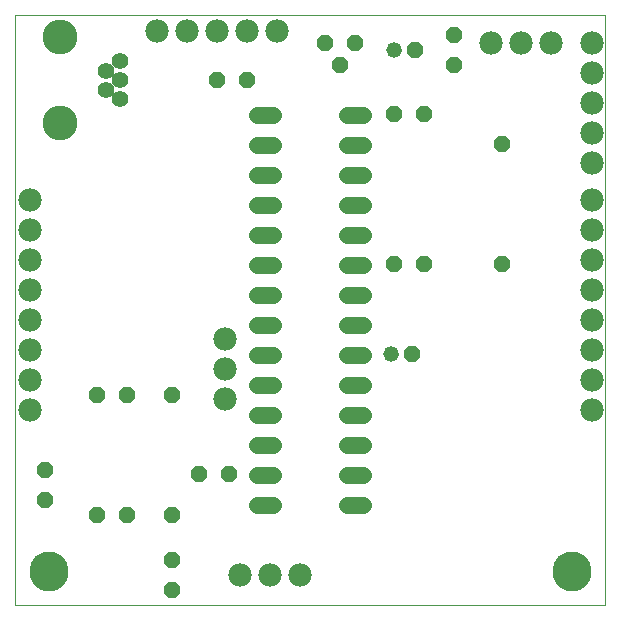
<source format=gts>
G75*
%MOIN*%
%OFA0B0*%
%FSLAX25Y25*%
%IPPOS*%
%LPD*%
%AMOC8*
5,1,8,0,0,1.08239X$1,22.5*
%
%ADD10C,0.00000*%
%ADD11C,0.12998*%
%ADD12OC8,0.05600*%
%ADD13OC8,0.05200*%
%ADD14C,0.05200*%
%ADD15C,0.05550*%
%ADD16C,0.11620*%
%ADD17C,0.07800*%
%ADD18C,0.05600*%
D10*
X0002083Y0001800D02*
X0002083Y0198650D01*
X0198934Y0198650D01*
X0198934Y0001800D01*
X0002083Y0001800D01*
X0007034Y0013050D02*
X0007036Y0013208D01*
X0007042Y0013366D01*
X0007052Y0013524D01*
X0007066Y0013682D01*
X0007084Y0013839D01*
X0007105Y0013996D01*
X0007131Y0014152D01*
X0007161Y0014308D01*
X0007194Y0014463D01*
X0007232Y0014616D01*
X0007273Y0014769D01*
X0007318Y0014921D01*
X0007367Y0015072D01*
X0007420Y0015221D01*
X0007476Y0015369D01*
X0007536Y0015515D01*
X0007600Y0015660D01*
X0007668Y0015803D01*
X0007739Y0015945D01*
X0007813Y0016085D01*
X0007891Y0016222D01*
X0007973Y0016358D01*
X0008057Y0016492D01*
X0008146Y0016623D01*
X0008237Y0016752D01*
X0008332Y0016879D01*
X0008429Y0017004D01*
X0008530Y0017126D01*
X0008634Y0017245D01*
X0008741Y0017362D01*
X0008851Y0017476D01*
X0008964Y0017587D01*
X0009079Y0017696D01*
X0009197Y0017801D01*
X0009318Y0017903D01*
X0009441Y0018003D01*
X0009567Y0018099D01*
X0009695Y0018192D01*
X0009825Y0018282D01*
X0009958Y0018368D01*
X0010093Y0018452D01*
X0010229Y0018531D01*
X0010368Y0018608D01*
X0010509Y0018680D01*
X0010651Y0018750D01*
X0010795Y0018815D01*
X0010941Y0018877D01*
X0011088Y0018935D01*
X0011237Y0018990D01*
X0011387Y0019041D01*
X0011538Y0019088D01*
X0011690Y0019131D01*
X0011843Y0019170D01*
X0011998Y0019206D01*
X0012153Y0019237D01*
X0012309Y0019265D01*
X0012465Y0019289D01*
X0012622Y0019309D01*
X0012780Y0019325D01*
X0012937Y0019337D01*
X0013096Y0019345D01*
X0013254Y0019349D01*
X0013412Y0019349D01*
X0013570Y0019345D01*
X0013729Y0019337D01*
X0013886Y0019325D01*
X0014044Y0019309D01*
X0014201Y0019289D01*
X0014357Y0019265D01*
X0014513Y0019237D01*
X0014668Y0019206D01*
X0014823Y0019170D01*
X0014976Y0019131D01*
X0015128Y0019088D01*
X0015279Y0019041D01*
X0015429Y0018990D01*
X0015578Y0018935D01*
X0015725Y0018877D01*
X0015871Y0018815D01*
X0016015Y0018750D01*
X0016157Y0018680D01*
X0016298Y0018608D01*
X0016437Y0018531D01*
X0016573Y0018452D01*
X0016708Y0018368D01*
X0016841Y0018282D01*
X0016971Y0018192D01*
X0017099Y0018099D01*
X0017225Y0018003D01*
X0017348Y0017903D01*
X0017469Y0017801D01*
X0017587Y0017696D01*
X0017702Y0017587D01*
X0017815Y0017476D01*
X0017925Y0017362D01*
X0018032Y0017245D01*
X0018136Y0017126D01*
X0018237Y0017004D01*
X0018334Y0016879D01*
X0018429Y0016752D01*
X0018520Y0016623D01*
X0018609Y0016492D01*
X0018693Y0016358D01*
X0018775Y0016222D01*
X0018853Y0016085D01*
X0018927Y0015945D01*
X0018998Y0015803D01*
X0019066Y0015660D01*
X0019130Y0015515D01*
X0019190Y0015369D01*
X0019246Y0015221D01*
X0019299Y0015072D01*
X0019348Y0014921D01*
X0019393Y0014769D01*
X0019434Y0014616D01*
X0019472Y0014463D01*
X0019505Y0014308D01*
X0019535Y0014152D01*
X0019561Y0013996D01*
X0019582Y0013839D01*
X0019600Y0013682D01*
X0019614Y0013524D01*
X0019624Y0013366D01*
X0019630Y0013208D01*
X0019632Y0013050D01*
X0019630Y0012892D01*
X0019624Y0012734D01*
X0019614Y0012576D01*
X0019600Y0012418D01*
X0019582Y0012261D01*
X0019561Y0012104D01*
X0019535Y0011948D01*
X0019505Y0011792D01*
X0019472Y0011637D01*
X0019434Y0011484D01*
X0019393Y0011331D01*
X0019348Y0011179D01*
X0019299Y0011028D01*
X0019246Y0010879D01*
X0019190Y0010731D01*
X0019130Y0010585D01*
X0019066Y0010440D01*
X0018998Y0010297D01*
X0018927Y0010155D01*
X0018853Y0010015D01*
X0018775Y0009878D01*
X0018693Y0009742D01*
X0018609Y0009608D01*
X0018520Y0009477D01*
X0018429Y0009348D01*
X0018334Y0009221D01*
X0018237Y0009096D01*
X0018136Y0008974D01*
X0018032Y0008855D01*
X0017925Y0008738D01*
X0017815Y0008624D01*
X0017702Y0008513D01*
X0017587Y0008404D01*
X0017469Y0008299D01*
X0017348Y0008197D01*
X0017225Y0008097D01*
X0017099Y0008001D01*
X0016971Y0007908D01*
X0016841Y0007818D01*
X0016708Y0007732D01*
X0016573Y0007648D01*
X0016437Y0007569D01*
X0016298Y0007492D01*
X0016157Y0007420D01*
X0016015Y0007350D01*
X0015871Y0007285D01*
X0015725Y0007223D01*
X0015578Y0007165D01*
X0015429Y0007110D01*
X0015279Y0007059D01*
X0015128Y0007012D01*
X0014976Y0006969D01*
X0014823Y0006930D01*
X0014668Y0006894D01*
X0014513Y0006863D01*
X0014357Y0006835D01*
X0014201Y0006811D01*
X0014044Y0006791D01*
X0013886Y0006775D01*
X0013729Y0006763D01*
X0013570Y0006755D01*
X0013412Y0006751D01*
X0013254Y0006751D01*
X0013096Y0006755D01*
X0012937Y0006763D01*
X0012780Y0006775D01*
X0012622Y0006791D01*
X0012465Y0006811D01*
X0012309Y0006835D01*
X0012153Y0006863D01*
X0011998Y0006894D01*
X0011843Y0006930D01*
X0011690Y0006969D01*
X0011538Y0007012D01*
X0011387Y0007059D01*
X0011237Y0007110D01*
X0011088Y0007165D01*
X0010941Y0007223D01*
X0010795Y0007285D01*
X0010651Y0007350D01*
X0010509Y0007420D01*
X0010368Y0007492D01*
X0010229Y0007569D01*
X0010093Y0007648D01*
X0009958Y0007732D01*
X0009825Y0007818D01*
X0009695Y0007908D01*
X0009567Y0008001D01*
X0009441Y0008097D01*
X0009318Y0008197D01*
X0009197Y0008299D01*
X0009079Y0008404D01*
X0008964Y0008513D01*
X0008851Y0008624D01*
X0008741Y0008738D01*
X0008634Y0008855D01*
X0008530Y0008974D01*
X0008429Y0009096D01*
X0008332Y0009221D01*
X0008237Y0009348D01*
X0008146Y0009477D01*
X0008057Y0009608D01*
X0007973Y0009742D01*
X0007891Y0009878D01*
X0007813Y0010015D01*
X0007739Y0010155D01*
X0007668Y0010297D01*
X0007600Y0010440D01*
X0007536Y0010585D01*
X0007476Y0010731D01*
X0007420Y0010879D01*
X0007367Y0011028D01*
X0007318Y0011179D01*
X0007273Y0011331D01*
X0007232Y0011484D01*
X0007194Y0011637D01*
X0007161Y0011792D01*
X0007131Y0011948D01*
X0007105Y0012104D01*
X0007084Y0012261D01*
X0007066Y0012418D01*
X0007052Y0012576D01*
X0007042Y0012734D01*
X0007036Y0012892D01*
X0007034Y0013050D01*
X0181385Y0013050D02*
X0181387Y0013208D01*
X0181393Y0013366D01*
X0181403Y0013524D01*
X0181417Y0013682D01*
X0181435Y0013839D01*
X0181456Y0013996D01*
X0181482Y0014152D01*
X0181512Y0014308D01*
X0181545Y0014463D01*
X0181583Y0014616D01*
X0181624Y0014769D01*
X0181669Y0014921D01*
X0181718Y0015072D01*
X0181771Y0015221D01*
X0181827Y0015369D01*
X0181887Y0015515D01*
X0181951Y0015660D01*
X0182019Y0015803D01*
X0182090Y0015945D01*
X0182164Y0016085D01*
X0182242Y0016222D01*
X0182324Y0016358D01*
X0182408Y0016492D01*
X0182497Y0016623D01*
X0182588Y0016752D01*
X0182683Y0016879D01*
X0182780Y0017004D01*
X0182881Y0017126D01*
X0182985Y0017245D01*
X0183092Y0017362D01*
X0183202Y0017476D01*
X0183315Y0017587D01*
X0183430Y0017696D01*
X0183548Y0017801D01*
X0183669Y0017903D01*
X0183792Y0018003D01*
X0183918Y0018099D01*
X0184046Y0018192D01*
X0184176Y0018282D01*
X0184309Y0018368D01*
X0184444Y0018452D01*
X0184580Y0018531D01*
X0184719Y0018608D01*
X0184860Y0018680D01*
X0185002Y0018750D01*
X0185146Y0018815D01*
X0185292Y0018877D01*
X0185439Y0018935D01*
X0185588Y0018990D01*
X0185738Y0019041D01*
X0185889Y0019088D01*
X0186041Y0019131D01*
X0186194Y0019170D01*
X0186349Y0019206D01*
X0186504Y0019237D01*
X0186660Y0019265D01*
X0186816Y0019289D01*
X0186973Y0019309D01*
X0187131Y0019325D01*
X0187288Y0019337D01*
X0187447Y0019345D01*
X0187605Y0019349D01*
X0187763Y0019349D01*
X0187921Y0019345D01*
X0188080Y0019337D01*
X0188237Y0019325D01*
X0188395Y0019309D01*
X0188552Y0019289D01*
X0188708Y0019265D01*
X0188864Y0019237D01*
X0189019Y0019206D01*
X0189174Y0019170D01*
X0189327Y0019131D01*
X0189479Y0019088D01*
X0189630Y0019041D01*
X0189780Y0018990D01*
X0189929Y0018935D01*
X0190076Y0018877D01*
X0190222Y0018815D01*
X0190366Y0018750D01*
X0190508Y0018680D01*
X0190649Y0018608D01*
X0190788Y0018531D01*
X0190924Y0018452D01*
X0191059Y0018368D01*
X0191192Y0018282D01*
X0191322Y0018192D01*
X0191450Y0018099D01*
X0191576Y0018003D01*
X0191699Y0017903D01*
X0191820Y0017801D01*
X0191938Y0017696D01*
X0192053Y0017587D01*
X0192166Y0017476D01*
X0192276Y0017362D01*
X0192383Y0017245D01*
X0192487Y0017126D01*
X0192588Y0017004D01*
X0192685Y0016879D01*
X0192780Y0016752D01*
X0192871Y0016623D01*
X0192960Y0016492D01*
X0193044Y0016358D01*
X0193126Y0016222D01*
X0193204Y0016085D01*
X0193278Y0015945D01*
X0193349Y0015803D01*
X0193417Y0015660D01*
X0193481Y0015515D01*
X0193541Y0015369D01*
X0193597Y0015221D01*
X0193650Y0015072D01*
X0193699Y0014921D01*
X0193744Y0014769D01*
X0193785Y0014616D01*
X0193823Y0014463D01*
X0193856Y0014308D01*
X0193886Y0014152D01*
X0193912Y0013996D01*
X0193933Y0013839D01*
X0193951Y0013682D01*
X0193965Y0013524D01*
X0193975Y0013366D01*
X0193981Y0013208D01*
X0193983Y0013050D01*
X0193981Y0012892D01*
X0193975Y0012734D01*
X0193965Y0012576D01*
X0193951Y0012418D01*
X0193933Y0012261D01*
X0193912Y0012104D01*
X0193886Y0011948D01*
X0193856Y0011792D01*
X0193823Y0011637D01*
X0193785Y0011484D01*
X0193744Y0011331D01*
X0193699Y0011179D01*
X0193650Y0011028D01*
X0193597Y0010879D01*
X0193541Y0010731D01*
X0193481Y0010585D01*
X0193417Y0010440D01*
X0193349Y0010297D01*
X0193278Y0010155D01*
X0193204Y0010015D01*
X0193126Y0009878D01*
X0193044Y0009742D01*
X0192960Y0009608D01*
X0192871Y0009477D01*
X0192780Y0009348D01*
X0192685Y0009221D01*
X0192588Y0009096D01*
X0192487Y0008974D01*
X0192383Y0008855D01*
X0192276Y0008738D01*
X0192166Y0008624D01*
X0192053Y0008513D01*
X0191938Y0008404D01*
X0191820Y0008299D01*
X0191699Y0008197D01*
X0191576Y0008097D01*
X0191450Y0008001D01*
X0191322Y0007908D01*
X0191192Y0007818D01*
X0191059Y0007732D01*
X0190924Y0007648D01*
X0190788Y0007569D01*
X0190649Y0007492D01*
X0190508Y0007420D01*
X0190366Y0007350D01*
X0190222Y0007285D01*
X0190076Y0007223D01*
X0189929Y0007165D01*
X0189780Y0007110D01*
X0189630Y0007059D01*
X0189479Y0007012D01*
X0189327Y0006969D01*
X0189174Y0006930D01*
X0189019Y0006894D01*
X0188864Y0006863D01*
X0188708Y0006835D01*
X0188552Y0006811D01*
X0188395Y0006791D01*
X0188237Y0006775D01*
X0188080Y0006763D01*
X0187921Y0006755D01*
X0187763Y0006751D01*
X0187605Y0006751D01*
X0187447Y0006755D01*
X0187288Y0006763D01*
X0187131Y0006775D01*
X0186973Y0006791D01*
X0186816Y0006811D01*
X0186660Y0006835D01*
X0186504Y0006863D01*
X0186349Y0006894D01*
X0186194Y0006930D01*
X0186041Y0006969D01*
X0185889Y0007012D01*
X0185738Y0007059D01*
X0185588Y0007110D01*
X0185439Y0007165D01*
X0185292Y0007223D01*
X0185146Y0007285D01*
X0185002Y0007350D01*
X0184860Y0007420D01*
X0184719Y0007492D01*
X0184580Y0007569D01*
X0184444Y0007648D01*
X0184309Y0007732D01*
X0184176Y0007818D01*
X0184046Y0007908D01*
X0183918Y0008001D01*
X0183792Y0008097D01*
X0183669Y0008197D01*
X0183548Y0008299D01*
X0183430Y0008404D01*
X0183315Y0008513D01*
X0183202Y0008624D01*
X0183092Y0008738D01*
X0182985Y0008855D01*
X0182881Y0008974D01*
X0182780Y0009096D01*
X0182683Y0009221D01*
X0182588Y0009348D01*
X0182497Y0009477D01*
X0182408Y0009608D01*
X0182324Y0009742D01*
X0182242Y0009878D01*
X0182164Y0010015D01*
X0182090Y0010155D01*
X0182019Y0010297D01*
X0181951Y0010440D01*
X0181887Y0010585D01*
X0181827Y0010731D01*
X0181771Y0010879D01*
X0181718Y0011028D01*
X0181669Y0011179D01*
X0181624Y0011331D01*
X0181583Y0011484D01*
X0181545Y0011637D01*
X0181512Y0011792D01*
X0181482Y0011948D01*
X0181456Y0012104D01*
X0181435Y0012261D01*
X0181417Y0012418D01*
X0181403Y0012576D01*
X0181393Y0012734D01*
X0181387Y0012892D01*
X0181385Y0013050D01*
D11*
X0187684Y0013050D03*
X0013333Y0013050D03*
D12*
X0029583Y0031800D03*
X0039583Y0031800D03*
X0054583Y0031800D03*
X0054583Y0016800D03*
X0054583Y0006800D03*
X0063333Y0045550D03*
X0073333Y0045550D03*
X0054583Y0071800D03*
X0039583Y0071800D03*
X0029583Y0071800D03*
X0012083Y0046800D03*
X0012083Y0036800D03*
X0128333Y0115550D03*
X0138333Y0115550D03*
X0164583Y0115550D03*
X0164583Y0155550D03*
X0138333Y0165550D03*
X0128333Y0165550D03*
X0110508Y0181800D03*
X0105508Y0189300D03*
X0115508Y0189300D03*
X0148333Y0191800D03*
X0148333Y0181800D03*
X0079583Y0176800D03*
X0069583Y0176800D03*
D13*
X0135583Y0186800D03*
X0134333Y0085550D03*
D14*
X0127333Y0085550D03*
X0128583Y0186800D03*
D15*
X0037162Y0183099D03*
X0032438Y0179950D03*
X0037162Y0176800D03*
X0032438Y0173650D03*
X0037162Y0170501D03*
D16*
X0017083Y0162430D03*
X0017083Y0191170D03*
D17*
X0049583Y0193050D03*
X0059583Y0193050D03*
X0069583Y0193050D03*
X0079583Y0193050D03*
X0089583Y0193050D03*
X0160833Y0189300D03*
X0170833Y0189300D03*
X0180833Y0189300D03*
X0194583Y0189300D03*
X0194583Y0179300D03*
X0194583Y0169300D03*
X0194583Y0159300D03*
X0194583Y0149300D03*
X0194583Y0136800D03*
X0194583Y0126800D03*
X0194583Y0116800D03*
X0194583Y0106800D03*
X0194583Y0096800D03*
X0194583Y0086800D03*
X0194583Y0076800D03*
X0194583Y0066800D03*
X0097083Y0011800D03*
X0087083Y0011800D03*
X0077083Y0011800D03*
X0072083Y0070550D03*
X0072083Y0080550D03*
X0072083Y0090550D03*
X0007083Y0086800D03*
X0007083Y0076800D03*
X0007083Y0066800D03*
X0007083Y0096800D03*
X0007083Y0106800D03*
X0007083Y0116800D03*
X0007083Y0126800D03*
X0007083Y0136800D03*
D18*
X0082908Y0135225D02*
X0088108Y0135225D01*
X0088108Y0125225D02*
X0082908Y0125225D01*
X0082908Y0115225D02*
X0088108Y0115225D01*
X0088108Y0105225D02*
X0082908Y0105225D01*
X0082908Y0095225D02*
X0088108Y0095225D01*
X0088108Y0085225D02*
X0082908Y0085225D01*
X0082908Y0075225D02*
X0088108Y0075225D01*
X0088108Y0065225D02*
X0082908Y0065225D01*
X0082908Y0055225D02*
X0088108Y0055225D01*
X0088108Y0045225D02*
X0082908Y0045225D01*
X0082908Y0035225D02*
X0088108Y0035225D01*
X0112908Y0035225D02*
X0118108Y0035225D01*
X0118108Y0045225D02*
X0112908Y0045225D01*
X0112908Y0055225D02*
X0118108Y0055225D01*
X0118108Y0065225D02*
X0112908Y0065225D01*
X0112908Y0075225D02*
X0118108Y0075225D01*
X0118108Y0085225D02*
X0112908Y0085225D01*
X0112908Y0095225D02*
X0118108Y0095225D01*
X0118108Y0105225D02*
X0112908Y0105225D01*
X0112908Y0115225D02*
X0118108Y0115225D01*
X0118108Y0125225D02*
X0112908Y0125225D01*
X0112908Y0135225D02*
X0118108Y0135225D01*
X0118108Y0145225D02*
X0112908Y0145225D01*
X0112908Y0155225D02*
X0118108Y0155225D01*
X0118108Y0165225D02*
X0112908Y0165225D01*
X0088108Y0165225D02*
X0082908Y0165225D01*
X0082908Y0155225D02*
X0088108Y0155225D01*
X0088108Y0145225D02*
X0082908Y0145225D01*
M02*

</source>
